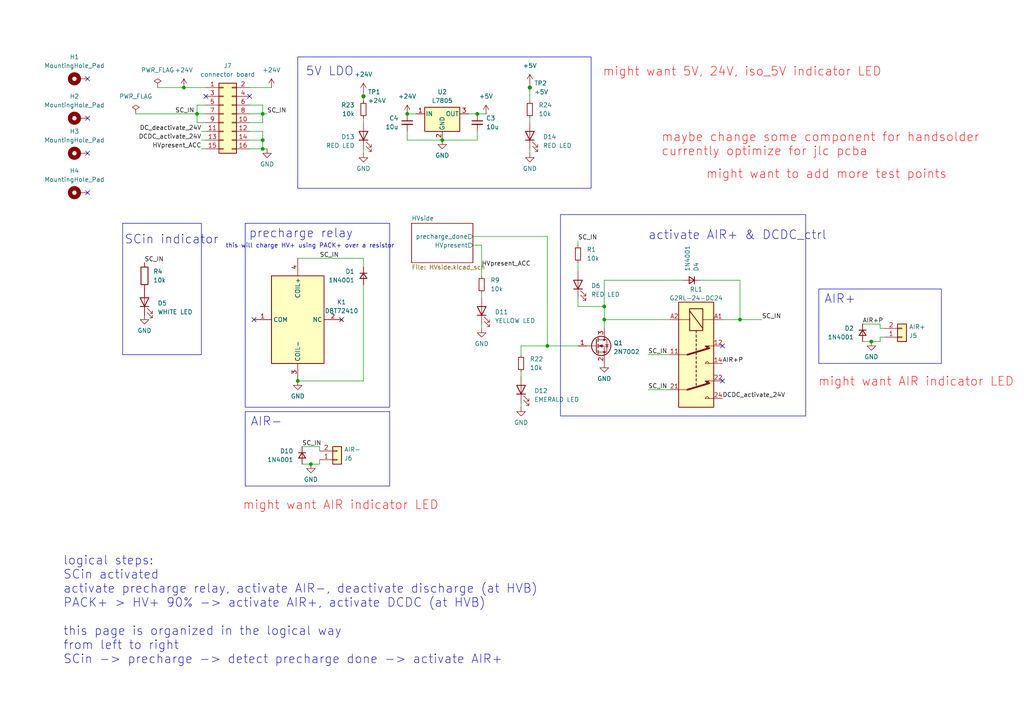
<source format=kicad_sch>
(kicad_sch (version 20231120) (generator "eeschema") (generator_version "8.0")
  (paper "A4")
  (title_block (title "ACC_HVLV1") (date "2024-12-04") (rev "1.0") (company "NTURacing") (comment 1 "Jack Kuo") (comment 2 "Powertrain"))
  (lib_symbols
    (symbol "Connector:TestPoint_Small" (pin_numbers hide) (pin_names (offset 0.762) hide)
      (property "Reference" "TP" (at 0 3.81 0))
      (property "Value" "TestPoint_Small" (at 0 2.032 0))
      (symbol "TestPoint_Small_0_1"
        (circle (center 0 0) (radius 0.508))
      )
      (symbol "TestPoint_Small_1_1"
        (pin passive line (at 0 0 90) (length 0) (name "1") (number "1"))
      )
    )
    (symbol "Connector_Generic:Conn_01x02" (pin_names (offset 1.016) hide)
      (property "Reference" "J" (at 0 2.54 0))
      (property "Value" "Conn_01x02" (at 0 -5.08 0))
      (symbol "Conn_01x02_1_1"
        (rectangle (start -1.27 -2.413) (end 0 -2.667) (stroke (width 0.1524)))
        (rectangle (start -1.27 0.127) (end 0 -0.127) (stroke (width 0.1524)))
        (rectangle (start -1.27 1.27) (end 1.27 -3.81) (stroke (width 0.254)) (fill (type background)))
        (pin passive line (at -5.08 0 0) (length 3.81) (name "Pin_1") (number "1"))
        (pin passive line (at -5.08 -2.54 0) (length 3.81) (name "Pin_2") (number "2"))
      )
    )
    (symbol "Connector_Generic:Conn_02x08_Odd_Even" (pin_names (offset 1.016) hide)
      (property "Reference" "J" (at 1.27 10.16 0))
      (property "Value" "Conn_02x08_Odd_Even" (at 1.27 -12.7 0))
      (symbol "Conn_02x08_Odd_Even_1_1"
        (rectangle (start -1.27 -10.033) (end 0 -10.287) (stroke (width 0.1524)))
        (rectangle (start -1.27 -7.493) (end 0 -7.747) (stroke (width 0.1524)))
        (rectangle (start -1.27 -4.953) (end 0 -5.207) (stroke (width 0.1524)))
        (rectangle (start -1.27 -2.413) (end 0 -2.667) (stroke (width 0.1524)))
        (rectangle (start -1.27 0.127) (end 0 -0.127) (stroke (width 0.1524)))
        (rectangle (start -1.27 2.667) (end 0 2.413) (stroke (width 0.1524)))
        (rectangle (start -1.27 5.207) (end 0 4.953) (stroke (width 0.1524)))
        (rectangle (start -1.27 7.747) (end 0 7.493) (stroke (width 0.1524)))
        (rectangle (start -1.27 8.89) (end 3.81 -11.43) (stroke (width 0.254)) (fill (type background)))
        (rectangle (start 3.81 -10.033) (end 2.54 -10.287) (stroke (width 0.1524)))
        (rectangle (start 3.81 -7.493) (end 2.54 -7.747) (stroke (width 0.1524)))
        (rectangle (start 3.81 -4.953) (end 2.54 -5.207) (stroke (width 0.1524)))
        (rectangle (start 3.81 -2.413) (end 2.54 -2.667) (stroke (width 0.1524)))
        (rectangle (start 3.81 0.127) (end 2.54 -0.127) (stroke (width 0.1524)))
        (rectangle (start 3.81 2.667) (end 2.54 2.413) (stroke (width 0.1524)))
        (rectangle (start 3.81 5.207) (end 2.54 4.953) (stroke (width 0.1524)))
        (rectangle (start 3.81 7.747) (end 2.54 7.493) (stroke (width 0.1524)))
        (pin passive line (at -5.08 7.62 0) (length 3.81) (name "Pin_1") (number "1"))
        (pin passive line (at 7.62 -2.54 180) (length 3.81) (name "Pin_10") (number "10"))
        (pin passive line (at -5.08 -5.08 0) (length 3.81) (name "Pin_11") (number "11"))
        (pin passive line (at 7.62 -5.08 180) (length 3.81) (name "Pin_12") (number "12"))
        (pin passive line (at -5.08 -7.62 0) (length 3.81) (name "Pin_13") (number "13"))
        (pin passive line (at 7.62 -7.62 180) (length 3.81) (name "Pin_14") (number "14"))
        (pin passive line (at -5.08 -10.16 0) (length 3.81) (name "Pin_15") (number "15"))
        (pin passive line (at 7.62 -10.16 180) (length 3.81) (name "Pin_16") (number "16"))
        (pin passive line (at 7.62 7.62 180) (length 3.81) (name "Pin_2") (number "2"))
        (pin passive line (at -5.08 5.08 0) (length 3.81) (name "Pin_3") (number "3"))
        (pin passive line (at 7.62 5.08 180) (length 3.81) (name "Pin_4") (number "4"))
        (pin passive line (at -5.08 2.54 0) (length 3.81) (name "Pin_5") (number "5"))
        (pin passive line (at 7.62 2.54 180) (length 3.81) (name "Pin_6") (number "6"))
        (pin passive line (at -5.08 0 0) (length 3.81) (name "Pin_7") (number "7"))
        (pin passive line (at 7.62 0 180) (length 3.81) (name "Pin_8") (number "8"))
        (pin passive line (at -5.08 -2.54 0) (length 3.81) (name "Pin_9") (number "9"))
      )
    )
    (symbol "Device:C_Small" (pin_numbers hide) (pin_names (offset 0.254) hide)
      (property "Reference" "C" (at 0.254 1.778 0))
      (property "Value" "C_Small" (at 0.254 -2.032 0))
      (symbol "C_Small_0_1"
        (polyline (pts (xy -1.524 -0.508) (xy 1.524 -0.508)) (stroke (width 0.3302)))
        (polyline (pts (xy -1.524 0.508) (xy 1.524 0.508)) (stroke (width 0.3048)))
      )
      (symbol "C_Small_1_1"
        (pin passive line (at 0 2.54 270) (length 2.032) (name "~") (number "1"))
        (pin passive line (at 0 -2.54 90) (length 2.032) (name "~") (number "2"))
      )
    )
    (symbol "Device:D_Small" (pin_numbers hide) (pin_names (offset 0.254) hide)
      (property "Reference" "D" (at -1.27 2.032 0))
      (property "Value" "D_Small" (at -3.81 -2.032 0))
      (symbol "D_Small_0_1"
        (polyline (pts (xy -0.762 -1.016) (xy -0.762 1.016)) (stroke (width 0.254)))
        (polyline (pts (xy -0.762 0) (xy 0.762 0)))
        (polyline (pts (xy 0.762 -1.016) (xy -0.762 0) (xy 0.762 1.016) (xy 0.762 -1.016)) (stroke (width 0.254)))
      )
      (symbol "D_Small_1_1"
        (pin passive line (at -2.54 0 0) (length 1.778) (name "K") (number "1"))
        (pin passive line (at 2.54 0 180) (length 1.778) (name "A") (number "2"))
      )
    )
    (symbol "Device:LED" (pin_numbers hide) (pin_names (offset 1.016) hide)
      (property "Reference" "D" (at 0 2.54 0))
      (property "Value" "LED" (at 0 -2.54 0))
      (symbol "LED_0_1"
        (polyline (pts (xy -1.27 -1.27) (xy -1.27 1.27)) (stroke (width 0.254)))
        (polyline (pts (xy -1.27 0) (xy 1.27 0)))
        (polyline (pts (xy 1.27 -1.27) (xy 1.27 1.27) (xy -1.27 0) (xy 1.27 -1.27)) (stroke (width 0.254)))
        (polyline (pts (xy -3.048 -0.762) (xy -4.572 -2.286) (xy -3.81 -2.286) (xy -4.572 -2.286) (xy -4.572 -1.524)))
        (polyline (pts (xy -1.778 -0.762) (xy -3.302 -2.286) (xy -2.54 -2.286) (xy -3.302 -2.286) (xy -3.302 -1.524)))
      )
      (symbol "LED_1_1"
        (pin passive line (at -3.81 0 0) (length 2.54) (name "K") (number "1"))
        (pin passive line (at 3.81 0 180) (length 2.54) (name "A") (number "2"))
      )
    )
    (symbol "Device:R" (pin_numbers hide) (pin_names (offset 0))
      (property "Reference" "R" (at 2.032 0 90))
      (property "Value" "R" (at 0 0 90))
      (symbol "R_0_1"
        (rectangle (start -1.016 -2.54) (end 1.016 2.54) (stroke (width 0.254)))
      )
      (symbol "R_1_1"
        (pin passive line (at 0 3.81 270) (length 1.27) (name "~") (number "1"))
        (pin passive line (at 0 -3.81 90) (length 1.27) (name "~") (number "2"))
      )
    )
    (symbol "Device:R_Small" (pin_numbers hide) (pin_names (offset 0.254) hide)
      (property "Reference" "R" (at 0.762 0.508 0))
      (property "Value" "R_Small" (at 0.762 -1.016 0))
      (symbol "R_Small_0_1"
        (rectangle (start -0.762 1.778) (end 0.762 -1.778) (stroke (width 0.2032)))
      )
      (symbol "R_Small_1_1"
        (pin passive line (at 0 2.54 270) (length 0.762) (name "~") (number "1"))
        (pin passive line (at 0 -2.54 90) (length 0.762) (name "~") (number "2"))
      )
    )
    (symbol "Mechanical:MountingHole_Pad" (pin_numbers hide) (pin_names (offset 1.016) hide) (exclude_from_sim yes) (in_bom no)
      (property "Reference" "H" (at 0 6.35 0))
      (property "Value" "MountingHole_Pad" (at 0 4.445 0))
      (symbol "MountingHole_Pad_0_1"
        (circle (center 0 1.27) (radius 1.27) (stroke (width 1.27)))
      )
      (symbol "MountingHole_Pad_1_1"
        (pin input line (at 0 -2.54 90) (length 2.54) (name "1") (number "1"))
      )
    )
    (symbol "Regulator_Linear:L7805" (pin_names (offset 0.254))
      (property "Reference" "U" (at -3.81 3.175 0))
      (property "Value" "L7805" (at 0 3.175 0))
      (symbol "L7805_0_1"
        (rectangle (start -5.08 1.905) (end 5.08 -5.08) (stroke (width 0.254)) (fill (type background)))
      )
      (symbol "L7805_1_1"
        (pin power_in line (at -7.62 0 0) (length 2.54) (name "IN") (number "1"))
        (pin power_in line (at 0 -7.62 90) (length 2.54) (name "GND") (number "2"))
        (pin power_out line (at 7.62 0 180) (length 2.54) (name "OUT") (number "3"))
      )
    )
    (symbol "Relay:G2RL-2"
      (property "Reference" "K" (at 16.51 3.81 0))
      (property "Value" "G2RL-2" (at 16.51 1.27 0))
      (symbol "G2RL-2_0_1"
        (rectangle (start -15.24 5.08) (end 15.24 -5.08) (stroke (width 0.254)) (fill (type background)))
        (rectangle (start -13.335 1.905) (end -6.985 -1.905) (stroke (width 0.254)))
        (polyline (pts (xy -12.7 -1.905) (xy -7.62 1.905)) (stroke (width 0.254)))
        (polyline (pts (xy -10.16 -5.08) (xy -10.16 -1.905)))
        (polyline (pts (xy -10.16 5.08) (xy -10.16 1.905)))
        (polyline (pts (xy -6.985 0) (xy -6.35 0)) (stroke (width 0.254)))
        (polyline (pts (xy -5.715 0) (xy -5.08 0)) (stroke (width 0.254)))
        (polyline (pts (xy -4.445 0) (xy -3.81 0)) (stroke (width 0.254)))
        (polyline (pts (xy -3.175 0) (xy -2.54 0)) (stroke (width 0.254)))
        (polyline (pts (xy -1.905 0) (xy -1.27 0)) (stroke (width 0.254)))
        (polyline (pts (xy -0.635 0) (xy 0 0)) (stroke (width 0.254)))
        (polyline (pts (xy 0 -2.54) (xy -1.905 3.81)) (stroke (width 0.508)))
        (polyline (pts (xy 0 -2.54) (xy 0 -5.08)))
        (polyline (pts (xy 0.635 0) (xy 1.27 0)) (stroke (width 0.254)))
        (polyline (pts (xy 1.905 0) (xy 2.54 0)) (stroke (width 0.254)))
        (polyline (pts (xy 3.175 0) (xy 3.81 0)) (stroke (width 0.254)))
        (polyline (pts (xy 4.445 0) (xy 5.08 0)) (stroke (width 0.254)))
        (polyline (pts (xy 5.715 0) (xy 6.35 0)) (stroke (width 0.254)))
        (polyline (pts (xy 6.985 0) (xy 7.62 0)) (stroke (width 0.254)))
        (polyline (pts (xy 8.255 0) (xy 8.89 0)) (stroke (width 0.254)))
        (polyline (pts (xy 10.16 -2.54) (xy 8.255 3.81)) (stroke (width 0.508)))
        (polyline (pts (xy 10.16 -2.54) (xy 10.16 -5.08)))
        (polyline (pts (xy -2.54 5.08) (xy -2.54 2.54) (xy -1.905 3.175) (xy -2.54 3.81)) (fill (type outline)))
        (polyline (pts (xy 2.54 5.08) (xy 2.54 2.54) (xy 1.905 3.175) (xy 2.54 3.81)))
        (polyline (pts (xy 7.62 5.08) (xy 7.62 2.54) (xy 8.255 3.175) (xy 7.62 3.81)) (fill (type outline)))
        (polyline (pts (xy 12.7 5.08) (xy 12.7 2.54) (xy 12.065 3.175) (xy 12.7 3.81)))
      )
      (symbol "G2RL-2_1_1"
        (pin passive line (at 0 -7.62 90) (length 2.54) (name "~") (number "11"))
        (pin passive line (at -2.54 7.62 270) (length 2.54) (name "~") (number "12"))
        (pin passive line (at 2.54 7.62 270) (length 2.54) (name "~") (number "14"))
        (pin passive line (at 10.16 -7.62 90) (length 2.54) (name "~") (number "21"))
        (pin passive line (at 7.62 7.62 270) (length 2.54) (name "~") (number "22"))
        (pin passive line (at 12.7 7.62 270) (length 2.54) (name "~") (number "24"))
        (pin passive line (at -10.16 7.62 270) (length 2.54) (name "~") (number "A1"))
        (pin passive line (at -10.16 -7.62 90) (length 2.54) (name "~") (number "A2"))
      )
    )
    (symbol "SamacSys_Parts_EP6:DBT72410"
      (property "Reference" "K" (at 21.59 17.78 0))
      (property "Value" "DBT72410" (at 21.59 15.24 0))
      (symbol "DBT72410_1_1"
        (rectangle (start 5.08 12.7) (end 20.32 -12.7) (stroke (width 0.254)) (fill (type background)))
        (pin passive line (at 0 0 0) (length 5.08) (name "COM") (number "1"))
        (pin no_connect line (at 25.4 0 180) (length 5.08) (name "NC") (number "2"))
        (pin passive line (at 12.7 -17.78 90) (length 5.08) (name "COIL-") (number "3"))
        (pin passive line (at 12.7 17.78 270) (length 5.08) (name "COIL+") (number "4"))
      )
    )
    (symbol "Transistor_FET:2N7002" (pin_names hide)
      (property "Reference" "Q" (at 5.08 1.905 0))
      (property "Value" "2N7002" (at 5.08 0 0))
      (symbol "2N7002_0_1"
        (polyline (pts (xy 0.254 0) (xy -2.54 0)))
        (polyline (pts (xy 0.254 1.905) (xy 0.254 -1.905)) (stroke (width 0.254)))
        (polyline (pts (xy 0.762 -1.27) (xy 0.762 -2.286)) (stroke (width 0.254)))
        (polyline (pts (xy 0.762 0.508) (xy 0.762 -0.508)) (stroke (width 0.254)))
        (polyline (pts (xy 0.762 2.286) (xy 0.762 1.27)) (stroke (width 0.254)))
        (polyline (pts (xy 2.54 2.54) (xy 2.54 1.778)))
        (polyline (pts (xy 2.54 -2.54) (xy 2.54 0) (xy 0.762 0)))
        (polyline (pts (xy 0.762 -1.778) (xy 3.302 -1.778) (xy 3.302 1.778) (xy 0.762 1.778)))
        (polyline (pts (xy 1.016 0) (xy 2.032 0.381) (xy 2.032 -0.381) (xy 1.016 0)) (fill (type outline)))
        (polyline (pts (xy 2.794 0.508) (xy 2.921 0.381) (xy 3.683 0.381) (xy 3.81 0.254)))
        (polyline (pts (xy 3.302 0.381) (xy 2.921 -0.254) (xy 3.683 -0.254) (xy 3.302 0.381)))
        (circle (center 1.651 0) (radius 2.794) (stroke (width 0.254)))
        (circle (center 2.54 -1.778) (radius 0.254) (fill (type outline)))
        (circle (center 2.54 1.778) (radius 0.254) (fill (type outline)))
      )
      (symbol "2N7002_1_1"
        (pin input line (at -5.08 0 0) (length 2.54) (name "G") (number "1"))
        (pin passive line (at 2.54 -5.08 90) (length 2.54) (name "S") (number "2"))
        (pin passive line (at 2.54 5.08 270) (length 2.54) (name "D") (number "3"))
      )
    )
    (symbol "power:+24V" (power) (pin_numbers hide) (pin_names (offset 0) hide)
      (property "Value" "+24V" (at 0 3.556 0))
      (symbol "+24V_0_1"
        (polyline (pts (xy -0.762 1.27) (xy 0 2.54)))
        (polyline (pts (xy 0 0) (xy 0 2.54)))
        (polyline (pts (xy 0 2.54) (xy 0.762 1.27)))
      )
      (symbol "+24V_1_1"
        (pin power_in line (at 0 0 90) (length 0) (name "~") (number "1"))
      )
    )
    (symbol "power:+5V" (power) (pin_numbers hide) (pin_names (offset 0) hide)
      (property "Value" "+5V" (at 0 3.556 0))
      (symbol "+5V_0_1"
        (polyline (pts (xy -0.762 1.27) (xy 0 2.54)))
        (polyline (pts (xy 0 0) (xy 0 2.54)))
        (polyline (pts (xy 0 2.54) (xy 0.762 1.27)))
      )
      (symbol "+5V_1_1"
        (pin power_in line (at 0 0 90) (length 0) (name "~") (number "1"))
      )
    )
    (symbol "power:GND" (power) (pin_numbers hide) (pin_names (offset 0) hide)
      (property "Value" "GND" (at 0 -3.81 0))
      (symbol "GND_0_1"
        (polyline (pts (xy 0 0) (xy 0 -1.27) (xy 1.27 -1.27) (xy 0 -2.54) (xy -1.27 -1.27) (xy 0 -1.27)))
      )
      (symbol "GND_1_1"
        (pin power_in line (at 0 0 270) (length 0) (name "~") (number "1"))
      )
    )
    (symbol "power:PWR_FLAG" (power) (pin_numbers hide) (pin_names (offset 0) hide)
      (property "Value" "PWR_FLAG" (at 0 3.81 0))
      (symbol "PWR_FLAG_0_0"
        (pin power_out line (at 0 0 90) (length 0) (name "~") (number "1"))
      )
      (symbol "PWR_FLAG_0_1"
        (polyline (pts (xy 0 0) (xy 0 1.27) (xy -1.016 1.905) (xy 0 2.54) (xy 1.016 1.905) (xy 0 1.27)))
      )
    )
  )
  (junction (at 53.34 25.4))
  (junction (at 138.43 33.02))
  (junction (at 76.2 40.64))
  (junction (at 90.17 134.62))
  (junction (at 175.26 92.71))
  (junction (at 86.36 110.49))
  (junction (at 128.27 40.64))
  (junction (at 118.11 33.02))
  (junction (at 175.26 88.9))
  (junction (at 76.2 33.02))
  (junction (at 76.2 43.18))
  (junction (at 153.67 25.4))
  (junction (at 57.15 33.02))
  (junction (at 158.75 100.33))
  (junction (at 252.73 99.06))
  (junction (at 214.63 92.71))
  (junction (at 105.41 27.94))
  (no_connect (at 99.06 92.71))
  (no_connect (at 25.4 44.45))
  (no_connect (at 25.4 55.88))
  (no_connect (at 209.55 110.49))
  (no_connect (at 25.4 22.86))
  (no_connect (at 209.55 100.33))
  (no_connect (at 73.66 92.71))
  (no_connect (at 72.39 27.94))
  (no_connect (at 25.4 34.29))
  (no_connect (at 59.69 27.94))
  (wire (pts (xy 128.27 40.64) (xy 138.43 40.64)))
  (wire (pts (xy 92.71 134.62) (xy 92.71 133.35)))
  (wire (pts (xy 153.67 34.29) (xy 153.67 35.56)))
  (wire (pts (xy 158.75 100.33) (xy 158.75 68.58)))
  (wire (pts (xy 175.26 92.71) (xy 175.26 95.25)))
  (wire (pts (xy 175.26 88.9) (xy 175.26 92.71)))
  (wire (pts (xy 105.41 77.47) (xy 105.41 74.93)))
  (wire (pts (xy 167.64 76.2) (xy 167.64 78.74)))
  (wire (pts (xy 175.26 92.71) (xy 194.31 92.71)))
  (wire (pts (xy 214.63 92.71) (xy 209.55 92.71)))
  (wire (pts (xy 87.63 134.62) (xy 90.17 134.62)))
  (wire (pts (xy 187.96 113.03) (xy 194.31 113.03)))
  (wire (pts (xy 139.7 71.12) (xy 139.7 80.01)))
  (wire (pts (xy 76.2 40.64) (xy 72.39 40.64)))
  (wire (pts (xy 175.26 81.28) (xy 198.12 81.28)))
  (wire (pts (xy 151.13 100.33) (xy 158.75 100.33)))
  (wire (pts (xy 214.63 81.28) (xy 214.63 92.71)))
  (wire (pts (xy 57.15 35.56) (xy 57.15 33.02)))
  (wire (pts (xy 158.75 100.33) (xy 167.64 100.33)))
  (wire (pts (xy 128.27 40.64) (xy 118.11 40.64)))
  (wire (pts (xy 153.67 29.21) (xy 153.67 25.4)))
  (wire (pts (xy 187.96 102.87) (xy 194.31 102.87)))
  (wire (pts (xy 139.7 71.12) (xy 137.16 71.12)))
  (wire (pts (xy 53.34 25.4) (xy 59.69 25.4)))
  (wire (pts (xy 153.67 43.18) (xy 153.67 44.45)))
  (wire (pts (xy 153.67 25.4) (xy 153.67 24.13)))
  (wire (pts (xy 57.15 33.02) (xy 59.69 33.02)))
  (wire (pts (xy 76.2 38.1) (xy 76.2 40.64)))
  (wire (pts (xy 105.41 82.55) (xy 105.41 110.49)))
  (wire (pts (xy 167.64 88.9) (xy 175.26 88.9)))
  (wire (pts (xy 45.72 25.4) (xy 53.34 25.4)))
  (wire (pts (xy 76.2 33.02) (xy 76.2 35.56)))
  (wire (pts (xy 76.2 33.02) (xy 77.47 33.02)))
  (wire (pts (xy 255.27 97.79) (xy 255.27 99.06)))
  (wire (pts (xy 118.11 33.02) (xy 120.65 33.02)))
  (wire (pts (xy 78.74 25.4) (xy 72.39 25.4)))
  (wire (pts (xy 255.27 95.25) (xy 256.54 95.25)))
  (wire (pts (xy 151.13 107.95) (xy 151.13 109.22)))
  (wire (pts (xy 76.2 38.1) (xy 72.39 38.1)))
  (wire (pts (xy 76.2 30.48) (xy 76.2 33.02)))
  (wire (pts (xy 76.2 35.56) (xy 72.39 35.56)))
  (wire (pts (xy 105.41 43.18) (xy 105.41 44.45)))
  (wire (pts (xy 59.69 30.48) (xy 57.15 30.48)))
  (wire (pts (xy 105.41 34.29) (xy 105.41 35.56)))
  (wire (pts (xy 118.11 38.1) (xy 118.11 40.64)))
  (wire (pts (xy 92.71 129.54) (xy 92.71 130.81)))
  (wire (pts (xy 250.19 99.06) (xy 252.73 99.06)))
  (wire (pts (xy 167.64 86.36) (xy 167.64 88.9)))
  (wire (pts (xy 250.19 93.98) (xy 255.27 93.98)))
  (wire (pts (xy 203.2 81.28) (xy 214.63 81.28)))
  (wire (pts (xy 151.13 116.84) (xy 151.13 118.11)))
  (wire (pts (xy 76.2 43.18) (xy 72.39 43.18)))
  (wire (pts (xy 139.7 85.09) (xy 139.7 86.36)))
  (wire (pts (xy 90.17 134.62) (xy 92.71 134.62)))
  (wire (pts (xy 59.69 35.56) (xy 57.15 35.56)))
  (wire (pts (xy 139.7 93.98) (xy 139.7 95.25)))
  (wire (pts (xy 86.36 74.93) (xy 105.41 74.93)))
  (wire (pts (xy 77.47 43.18) (xy 76.2 43.18)))
  (wire (pts (xy 252.73 99.06) (xy 255.27 99.06)))
  (wire (pts (xy 138.43 33.02) (xy 135.89 33.02)))
  (wire (pts (xy 105.41 27.94) (xy 105.41 26.67)))
  (wire (pts (xy 138.43 40.64) (xy 138.43 38.1)))
  (wire (pts (xy 76.2 40.64) (xy 76.2 43.18)))
  (wire (pts (xy 220.98 92.71) (xy 214.63 92.71)))
  (wire (pts (xy 39.37 33.02) (xy 57.15 33.02)))
  (wire (pts (xy 58.42 38.1) (xy 59.69 38.1)))
  (wire (pts (xy 151.13 102.87) (xy 151.13 100.33)))
  (wire (pts (xy 255.27 97.79) (xy 256.54 97.79)))
  (wire (pts (xy 58.42 43.18) (xy 59.69 43.18)))
  (wire (pts (xy 167.64 69.85) (xy 167.64 71.12)))
  (wire (pts (xy 87.63 129.54) (xy 92.71 129.54)))
  (wire (pts (xy 175.26 81.28) (xy 175.26 88.9)))
  (wire (pts (xy 72.39 33.02) (xy 76.2 33.02)))
  (wire (pts (xy 57.15 30.48) (xy 57.15 33.02)))
  (wire (pts (xy 140.97 33.02) (xy 138.43 33.02)))
  (wire (pts (xy 58.42 40.64) (xy 59.69 40.64)))
  (wire (pts (xy 72.39 30.48) (xy 76.2 30.48)))
  (wire (pts (xy 158.75 68.58) (xy 137.16 68.58)))
  (wire (pts (xy 105.41 29.21) (xy 105.41 27.94)))
  (wire (pts (xy 105.41 110.49) (xy 86.36 110.49)))
  (wire (pts (xy 255.27 93.98) (xy 255.27 95.25)))
  (rectangle (start 162.56 62.23) (end 233.68 120.65))
  (rectangle (start 71.12 64.77) (end 113.03 118.11))
  (rectangle (start 86.36 16.51) (end 171.45 54.61))
  (rectangle (start 35.56 64.77) (end 58.42 102.87))
  (rectangle (start 237.49 83.82) (end 273.05 105.41))
  (rectangle (start 71.12 119.38) (end 113.03 140.97))
  (text "might want AIR indicator LED" (at 70.358 148.082 0) (effects (font (size 2.54 2.54)) (justify left bottom)))
  (text "AIR-" (at 72.644 120.904 0) (effects (font (size 2.54 2.54)) (justify left top)))
  (text "AIR+" (at 239.014 85.344 0) (effects (font (size 2.54 2.54)) (justify left top)))
  (text "5V LDO" (at 88.646 19.304 0) (effects (font (size 2.54 2.54)) (justify left top)))
  (text "SCin indicator" (at 36.068 68.072 0) (effects (font (size 2.54 2.54)) (justify left top)))
  (text "might want AIR indicator LED" (at 237.236 112.268 0) (effects (font (size 2.54 2.54)) (justify left bottom)))
  (text "this will charge HV+ using PACK+ over a resistor" (at 89.916 71.374 0) (effects (font (size 1.27 1.27))))
  (text "might want to add more test points" (at 204.724 52.07 0) (effects (font (size 2.54 2.54)) (justify left bottom)))
  (text "activate AIR+ & DCDC_ctrl" (at 187.96 66.802 0) (effects (font (size 2.54 2.54)) (justify left top)))
  (text "precharge relay" (at 72.136 66.294 0) (effects (font (size 2.54 2.54)) (justify left top)))
  (text "might want 5V, 24V, iso_5V indicator LED" (at 174.752 22.352 0) (effects (font (size 2.54 2.54)) (justify left bottom)))
  (text "logical steps:\nSCin activated\nactivate precharge relay, activate AIR-, deactivate discharge (at HVB)\nPACK+ > HV+ 90% -> activate AIR+, activate DCDC (at HVB)\n\nthis page is organized in the logical way\nfrom left to right\nSCin -> precharge -> detect precharge done -> activate AIR+" (at 18.288 192.786 0) (effects (font (size 2.54 2.54)) (justify left bottom)))
  (text "maybe change some component for handsolder\ncurrently optimize for jlc pcba" (at 191.77 45.466 0) (effects (font (size 2.54 2.54)) (justify left bottom)))
  (label "HVpresent_ACC" (at 139.7 77.47 0))
  (label "AIR+P" (at 250.19 93.98 0))
  (label "AIR+P" (at 209.55 105.41 0))
  (label "SC_IN" (at 77.47 33.02 0))
  (label "SC_IN" (at 92.71 74.93 0))
  (label "SC_IN" (at 187.96 113.03 0))
  (label "SC_IN" (at 41.91 76.2 0))
  (label "SC_IN" (at 187.96 102.87 0))
  (label "SC_IN" (at 50.8 33.02 0))
  (label "DCDC_activate_24V" (at 58.42 40.64 180))
  (label "SC_IN" (at 220.98 92.71 0))
  (label "SC_IN" (at 167.64 69.85 0))
  (label "SC_IN" (at 87.63 129.54 0))
  (label "DC_deactivate_24V" (at 58.42 38.1 180))
  (label "HVpresent_ACC" (at 58.42 43.18 180))
  (label "DCDC_activate_24V" (at 209.55 115.57 0))
  (symbol (lib_id "power:GND") (at 90.17 134.62 0) (unit 1)
    (property "Reference" "#PWR014" (effects (hide yes)))
    (property "Value" "GND" (at 90.17 139.0634 0))
    (property "Description" "Power symbol creates a global label with name \"GND\" , ground" (effects (hide yes)))
  )
  (symbol (lib_id "Device:LED") (at 105.41 39.37 90) (unit 1)
    (property "Reference" "D13" (at 102.87 39.6875 90) (effects (justify left)))
    (property "Value" "RED LED" (at 102.87 42.2275 90) (effects (justify left)))
    (property "Footprint" "LED_SMD:LED_0805_2012Metric_Pad1.15x1.40mm_HandSolder" (effects (hide yes)))
    (property "Description" "Light emitting diode" (effects (hide yes)))
  )
  (symbol (lib_id "SamacSys_Parts_EP6:DBT72410") (at 73.66 92.71 0) (unit 1)
    (property "Reference" "K1" (at 99.06 87.6331 0))
    (property "Value" "DBT72410" (at 99.06 90.17 0))
    (property "Footprint" "SamacSys_Parts_EP6:DBT72410" (effects (hide yes)))
    (property "Datasheet" "https://www.cynergy3.com/sites/default/files/cynergy3-d-pcb-v3.pdf" (effects (hide yes)))
    (property "Description" "SPST-NC Reed Relay, 2 A, 24V dc" (effects (hide yes)))
    (property "Height" "18.5" (effects (hide yes)))
    (property "Mouser Part Number" "285-DBT72410" (effects (hide yes)))
    (property "Mouser Price/Stock" "https://www.mouser.co.uk/ProductDetail/Cynergy3/DBT72410?qs=OlC7AqGiEDn5jzMO4uOC2Q%3D%3D" (effects (hide yes)))
    (property "Manufacturer_Name" "Sensata" (effects (hide yes)))
    (property "Manufacturer_Part_Number" "DBT72410" (effects (hide yes)))
  )
  (symbol (lib_id "power:GND") (at 86.36 110.49 0) (unit 1)
    (property "Reference" "#PWR012" (effects (hide yes)))
    (property "Value" "GND" (at 86.36 114.9334 0))
    (property "Description" "Power symbol creates a global label with name \"GND\" , ground" (effects (hide yes)))
  )
  (symbol (lib_id "Device:R_Small") (at 105.41 31.75 0) (mirror y) (unit 1)
    (property "Reference" "R23" (at 102.87 30.48 0) (effects (justify left)))
    (property "Value" "10k" (at 102.87 33.02 0) (effects (justify left)))
    (property "Footprint" "Resistor_SMD:R_0805_2012Metric_Pad1.20x1.40mm_HandSolder" (effects (hide yes)))
    (property "Description" "Resistor, small symbol" (effects (hide yes)))
  )
  (symbol (lib_id "power:+5V") (at 140.97 33.02 0) (mirror y) (unit 1)
    (property "Reference" "#PWR08" (effects (hide yes)))
    (property "Value" "+5V" (at 140.97 27.94 0))
    (property "Description" "Power symbol creates a global label with name \"+5V\"" (effects (hide yes)))
  )
  (symbol (lib_id "power:+24V") (at 105.41 26.67 0) (mirror y) (unit 1)
    (property "Reference" "#PWR028" (effects (hide yes)))
    (property "Value" "+24V" (at 105.41 21.59 0))
    (property "Description" "Power symbol creates a global label with name \"+24V\"" (effects (hide yes)))
  )
  (symbol (lib_id "power:+24V") (at 53.34 25.4 0) (unit 1)
    (property "Reference" "#PWR09" (effects (hide yes)))
    (property "Value" "+24V" (at 53.34 20.32 0))
    (property "Description" "Power symbol creates a global label with name \"+24V\"" (effects (hide yes)))
  )
  (symbol (lib_id "Device:D_Small") (at 105.41 80.01 270) (unit 1)
    (property "Reference" "D1" (at 102.87 78.74 90) (effects (justify right)))
    (property "Value" "1N4001" (at 102.87 81.28 90) (effects (justify right)))
    (property "Footprint" "Diode_SMD:D_SOD-123F" (effects (hide yes)))
    (property "Description" "Diode, small symbol" (effects (hide yes)))
    (property "Sim.Device" "D" (effects (hide yes)))
    (property "Sim.Pins" "1=K 2=A" (effects (hide yes)))
  )
  (symbol (lib_id "Device:D_Small") (at 200.66 81.28 180) (unit 1)
    (property "Reference" "D4" (at 201.93 78.74 90) (effects (justify right)))
    (property "Value" "1N4001" (at 199.39 78.74 90) (effects (justify right)))
    (property "Footprint" "Diode_SMD:D_SOD-123F" (effects (hide yes)))
    (property "Description" "Diode, small symbol" (effects (hide yes)))
    (property "Sim.Device" "D" (effects (hide yes)))
    (property "Sim.Pins" "1=K 2=A" (effects (hide yes)))
  )
  (symbol (lib_id "power:+5V") (at 153.67 24.13 0) (mirror y) (unit 1)
    (property "Reference" "#PWR027" (effects (hide yes)))
    (property "Value" "+5V" (at 153.67 19.05 0))
    (property "Description" "Power symbol creates a global label with name \"+5V\"" (effects (hide yes)))
  )
  (symbol (lib_id "Connector_Generic:Conn_01x02") (at 97.79 133.35 0) (mirror x) (unit 1)
    (property "Reference" "J6" (at 99.822 132.9147 0) (effects (justify left)))
    (property "Value" "AIR-" (at 99.822 130.3778 0) (effects (justify left)))
    (property "Footprint" "nturt_kicad_lib_EP6:HRS_DF33C-2P-3.3DSA" (effects (hide yes)))
    (property "Description" "Generic connector, single row, 01x02, script generated (kicad-library-utils/schlib/autogen/connector/)" (effects (hide yes)))
  )
  (symbol (lib_id "power:GND") (at 175.26 105.41 0) (unit 1)
    (property "Reference" "#PWR018" (effects (hide yes)))
    (property "Value" "GND" (at 175.26 109.8534 0))
    (property "Description" "Power symbol creates a global label with name \"GND\" , ground" (effects (hide yes)))
  )
  (symbol (lib_id "power:GND") (at 139.7 95.25 0) (unit 1)
    (property "Reference" "#PWR023" (effects (hide yes)))
    (property "Value" "GND" (at 139.7 99.6934 0))
    (property "Description" "Power symbol creates a global label with name \"GND\" , ground" (effects (hide yes)))
  )
  (symbol (lib_id "Mechanical:MountingHole_Pad") (at 22.86 55.88 90) (unit 1)
    (property "Reference" "H4" (at 21.59 49.53 90))
    (property "Value" "MountingHole_Pad" (at 21.59 52.07 90))
    (property "Footprint" "MountingHole:MountingHole_4.3mm_M4_DIN965_Pad_TopBottom" (effects (hide yes)))
    (property "Description" "Mounting Hole with connection" (effects (hide yes)))
  )
  (symbol (lib_id "power:GND") (at 128.27 40.64 0) (mirror y) (unit 1)
    (property "Reference" "#PWR011" (effects (hide yes)))
    (property "Value" "GND" (at 128.27 45.0834 0))
    (property "Description" "Power symbol creates a global label with name \"GND\" , ground" (effects (hide yes)))
  )
  (symbol (lib_id "Device:R_Small") (at 151.13 105.41 0) (unit 1)
    (property "Reference" "R22" (at 153.67 104.14 0) (effects (justify left)))
    (property "Value" "10k" (at 153.67 106.68 0) (effects (justify left)))
    (property "Footprint" "Resistor_SMD:R_0805_2012Metric_Pad1.20x1.40mm_HandSolder" (effects (hide yes)))
    (property "Description" "Resistor, small symbol" (effects (hide yes)))
  )
  (symbol (lib_id "power:+24V") (at 118.11 33.02 0) (mirror y) (unit 1)
    (property "Reference" "#PWR02" (effects (hide yes)))
    (property "Value" "+24V" (at 118.11 27.94 0))
    (property "Description" "Power symbol creates a global label with name \"+24V\"" (effects (hide yes)))
  )
  (symbol (lib_id "power:GND") (at 151.13 118.11 0) (unit 1)
    (property "Reference" "#PWR024" (effects (hide yes)))
    (property "Value" "GND" (at 151.13 122.5534 0))
    (property "Description" "Power symbol creates a global label with name \"GND\" , ground" (effects (hide yes)))
  )
  (symbol (lib_id "Connector_Generic:Conn_02x08_Odd_Even") (at 64.77 33.02 0) (unit 1)
    (property "Reference" "J7" (at 66.04 19.05 0))
    (property "Value" "connector board" (at 66.04 21.59 0))
    (property "Footprint" "Connector_IDC:IDC-Header_2x08_P2.54mm_Vertical" (effects (hide yes)))
    (property "Description" "Generic connector, double row, 02x08, odd/even pin numbering scheme (row 1 odd numbers, row 2 even numbers), script generated (kicad-library-utils/schlib/autogen/connector/)" (effects (hide yes)))
  )
  (symbol (lib_id "power:GND") (at 252.73 99.06 0) (unit 1)
    (property "Reference" "#PWR013" (effects (hide yes)))
    (property "Value" "GND" (at 252.73 103.5034 0))
    (property "Description" "Power symbol creates a global label with name \"GND\" , ground" (effects (hide yes)))
  )
  (symbol (lib_id "Device:R") (at 41.91 80.01 0) (unit 1)
    (property "Reference" "R4" (at 44.45 78.74 0) (effects (justify left)))
    (property "Value" "10k" (at 44.45 81.28 0) (effects (justify left)))
    (property "Footprint" "Resistor_SMD:R_0805_2012Metric_Pad1.20x1.40mm_HandSolder" (effects (hide yes)))
    (property "Description" "Resistor" (effects (hide yes)))
  )
  (symbol (lib_id "Mechanical:MountingHole_Pad") (at 22.86 34.29 90) (unit 1)
    (property "Reference" "H2" (at 21.59 27.94 90))
    (property "Value" "MountingHole_Pad" (at 21.59 30.48 90))
    (property "Footprint" "MountingHole:MountingHole_4.3mm_M4_DIN965_Pad_TopBottom" (effects (hide yes)))
    (property "Description" "Mounting Hole with connection" (effects (hide yes)))
  )
  (symbol (lib_id "Regulator_Linear:L7805") (at 128.27 33.02 0) (unit 1)
    (property "Reference" "U2" (at 128.27 26.67 0))
    (property "Value" "L7805" (at 128.27 29.21 0))
    (property "Footprint" "Package_TO_SOT_SMD:TO-252-3_TabPin2" (effects (hide yes)))
    (property "Datasheet" "http://www.st.com/content/ccc/resource/technical/document/datasheet/41/4f/b3/b0/12/d4/47/88/CD00000444.pdf/files/CD00000444.pdf/jcr:content/translations/en.CD00000444.pdf" (effects (hide yes)))
    (property "Description" "Positive 1.5A 35V Linear Regulator, Fixed Output 5V, TO-220/TO-263/TO-252" (effects (hide yes)))
  )
  (symbol (lib_id "Device:LED") (at 151.13 113.03 90) (unit 1)
    (property "Reference" "D12" (at 154.94 113.3475 90) (effects (justify right)))
    (property "Value" "EMERALD LED" (at 154.94 115.8875 90) (effects (justify right)))
    (property "Footprint" "LED_SMD:LED_0805_2012Metric_Pad1.15x1.40mm_HandSolder" (effects (hide yes)))
    (property "Description" "Light emitting diode" (effects (hide yes)))
  )
  (symbol (lib_id "Connector_Generic:Conn_01x02") (at 261.62 97.79 0) (mirror x) (unit 1)
    (property "Reference" "J5" (at 263.652 97.3547 0) (effects (justify left)))
    (property "Value" "AIR+" (at 263.652 94.8178 0) (effects (justify left)))
    (property "Footprint" "nturt_kicad_lib_EP6:HRS_DF33C-2P-3.3DSA" (effects (hide yes)))
    (property "Description" "Generic connector, single row, 01x02, script generated (kicad-library-utils/schlib/autogen/connector/)" (effects (hide yes)))
  )
  (symbol (lib_id "Device:C_Small") (at 138.43 35.56 0) (mirror y) (unit 1)
    (property "Reference" "C3" (at 140.97 34.2963 0) (effects (justify right)))
    (property "Value" "10u" (at 140.97 36.8363 0) (effects (justify right)))
    (property "Footprint" "Capacitor_SMD:C_0805_2012Metric_Pad1.18x1.45mm_HandSolder" (effects (hide yes)))
    (property "Description" "Unpolarized capacitor, small symbol" (effects (hide yes)))
  )
  (symbol (lib_id "power:PWR_FLAG") (at 39.37 33.02 0) (unit 1)
    (property "Reference" "#FLG01" (effects (hide yes)))
    (property "Value" "PWR_FLAG" (at 39.37 27.94 0))
    (property "Description" "Special symbol for telling ERC where power comes from" (effects (hide yes)))
  )
  (symbol (lib_id "power:GND") (at 153.67 44.45 0) (unit 1)
    (property "Reference" "#PWR026" (effects (hide yes)))
    (property "Value" "GND" (at 153.67 48.8934 0))
    (property "Description" "Power symbol creates a global label with name \"GND\" , ground" (effects (hide yes)))
  )
  (symbol (lib_id "power:GND") (at 77.47 43.18 0) (unit 1)
    (property "Reference" "#PWR016" (effects (hide yes)))
    (property "Value" "GND" (at 77.47 47.6234 0))
    (property "Description" "Power symbol creates a global label with name \"GND\" , ground" (effects (hide yes)))
  )
  (symbol (lib_id "Connector:TestPoint_Small") (at 153.67 25.4 0) (unit 1)
    (property "Reference" "TP2" (at 154.94 24.13 0) (effects (justify left)))
    (property "Value" "+5V" (at 154.94 26.67 0) (effects (justify left)))
    (property "Footprint" "TestPoint:TestPoint_Pad_D2.0mm" (effects (hide yes)))
    (property "Description" "test point" (effects (hide yes)))
  )
  (symbol (lib_id "power:+24V") (at 78.74 25.4 0) (unit 1)
    (property "Reference" "#PWR022" (effects (hide yes)))
    (property "Value" "+24V" (at 78.74 20.32 0))
    (property "Description" "Power symbol creates a global label with name \"+24V\"" (effects (hide yes)))
  )
  (symbol (lib_id "Device:LED") (at 153.67 39.37 90) (unit 1)
    (property "Reference" "D14" (at 157.48 39.6875 90) (effects (justify right)))
    (property "Value" "RED LED" (at 157.48 42.2275 90) (effects (justify right)))
    (property "Footprint" "LED_SMD:LED_0805_2012Metric_Pad1.15x1.40mm_HandSolder" (effects (hide yes)))
    (property "Description" "Light emitting diode" (effects (hide yes)))
  )
  (symbol (lib_id "Device:R_Small") (at 153.67 31.75 0) (unit 1)
    (property "Reference" "R24" (at 156.21 30.48 0) (effects (justify left)))
    (property "Value" "10k" (at 156.21 33.02 0) (effects (justify left)))
    (property "Footprint" "Resistor_SMD:R_0805_2012Metric_Pad1.20x1.40mm_HandSolder" (effects (hide yes)))
    (property "Description" "Resistor, small symbol" (effects (hide yes)))
  )
  (symbol (lib_id "Mechanical:MountingHole_Pad") (at 22.86 44.45 90) (unit 1)
    (property "Reference" "H3" (at 21.59 38.1 90))
    (property "Value" "MountingHole_Pad" (at 21.59 40.64 90))
    (property "Footprint" "MountingHole:MountingHole_4.3mm_M4_DIN965_Pad_TopBottom" (effects (hide yes)))
    (property "Description" "Mounting Hole with connection" (effects (hide yes)))
  )
  (symbol (lib_id "Device:C_Small") (at 118.11 35.56 0) (unit 1)
    (property "Reference" "C4" (at 115.57 34.2963 0) (effects (justify right)))
    (property "Value" "10u" (at 115.57 36.8363 0) (effects (justify right)))
    (property "Footprint" "Capacitor_SMD:C_0805_2012Metric_Pad1.18x1.45mm_HandSolder" (effects (hide yes)))
    (property "Description" "Unpolarized capacitor, small symbol" (effects (hide yes)))
  )
  (symbol (lib_id "Device:D_Small") (at 250.19 96.52 270) (unit 1)
    (property "Reference" "D2" (at 247.65 95.25 90) (effects (justify right)))
    (property "Value" "1N4001" (at 247.65 97.79 90) (effects (justify right)))
    (property "Footprint" "Diode_SMD:D_SOD-123F" (effects (hide yes)))
    (property "Description" "Diode, small symbol" (effects (hide yes)))
    (property "Sim.Device" "D" (effects (hide yes)))
    (property "Sim.Pins" "1=K 2=A" (effects (hide yes)))
  )
  (symbol (lib_id "Device:R_Small") (at 139.7 82.55 0) (unit 1)
    (property "Reference" "R9" (at 142.24 81.28 0) (effects (justify left)))
    (property "Value" "10k" (at 142.24 83.82 0) (effects (justify left)))
    (property "Footprint" "Resistor_SMD:R_0805_2012Metric_Pad1.20x1.40mm_HandSolder" (effects (hide yes)))
    (property "Description" "Resistor, small symbol" (effects (hide yes)))
  )
  (symbol (lib_id "power:GND") (at 105.41 44.45 0) (mirror y) (unit 1)
    (property "Reference" "#PWR025" (effects (hide yes)))
    (property "Value" "GND" (at 105.41 48.8934 0))
    (property "Description" "Power symbol creates a global label with name \"GND\" , ground" (effects (hide yes)))
  )
  (symbol (lib_id "power:GND") (at 41.91 91.44 0) (unit 1)
    (property "Reference" "#PWR029" (effects (hide yes)))
    (property "Value" "GND" (at 41.91 95.8834 0))
    (property "Description" "Power symbol creates a global label with name \"GND\" , ground" (effects (hide yes)))
  )
  (symbol (lib_id "Device:LED") (at 41.91 87.63 90) (unit 1)
    (property "Reference" "D5" (at 45.72 87.9475 90) (effects (justify right)))
    (property "Value" "WHITE LED" (at 45.72 90.4875 90) (effects (justify right)))
    (property "Footprint" "LED_SMD:LED_0805_2012Metric_Pad1.15x1.40mm_HandSolder" (effects (hide yes)))
    (property "Description" "Light emitting diode" (effects (hide yes)))
  )
  (symbol (lib_id "Relay:G2RL-2") (at 201.93 102.87 270) (unit 1)
    (property "Reference" "RL1" (at 201.93 83.9302 90))
    (property "Value" "G2RL-24-DC24" (at 201.93 86.4671 90))
    (property "Footprint" "Relay_THT:Relay_DPDT_Omron_G2RL-2" (effects (hide yes)))
    (property "Datasheet" "https://omronfs.omron.com/en_US/ecb/products/pdf/en-g2rl.pdf" (effects (hide yes)))
    (property "Description" "General Purpose Low Profile Relay DPDT Through Hole, Omron G2RL series, 8A 250VAC" (effects (hide yes)))
  )
  (symbol (lib_id "Device:LED") (at 167.64 82.55 90) (unit 1)
    (property "Reference" "D6" (at 171.45 82.8675 90) (effects (justify right)))
    (property "Value" "RED LED" (at 171.45 85.4075 90) (effects (justify right)))
    (property "Footprint" "LED_SMD:LED_0805_2012Metric_Pad1.15x1.40mm_HandSolder" (effects (hide yes)))
    (property "Description" "Light emitting diode" (effects (hide yes)))
  )
  (symbol (lib_id "Transistor_FET:2N7002") (at 172.72 100.33 0) (unit 1)
    (property "Reference" "Q1" (at 177.927 99.4953 0) (effects (justify left)))
    (property "Value" "2N7002" (at 177.927 102.0322 0) (effects (justify left)))
    (property "Footprint" "Package_TO_SOT_SMD:SOT-23" (effects (hide yes)))
    (property "Datasheet" "https://www.onsemi.com/pub/Collateral/NDS7002A-D.PDF" (effects (hide yes)))
    (property "Description" "0.115A Id, 60V Vds, N-Channel MOSFET, SOT-23" (effects (hide yes)))
  )
  (symbol (lib_id "Device:R_Small") (at 167.64 73.66 0) (unit 1)
    (property "Reference" "R1" (at 170.18 72.39 0) (effects (justify left)))
    (property "Value" "10k" (at 170.18 74.93 0) (effects (justify left)))
    (property "Footprint" "Resistor_SMD:R_0805_2012Metric_Pad1.20x1.40mm_HandSolder" (effects (hide yes)))
    (property "Description" "Resistor, small symbol" (effects (hide yes)))
  )
  (symbol (lib_id "Connector:TestPoint_Small") (at 105.41 27.94 0) (unit 1)
    (property "Reference" "TP1" (at 106.68 26.67 0) (effects (justify left)))
    (property "Value" "+24V" (at 106.68 29.21 0) (effects (justify left)))
    (property "Footprint" "TestPoint:TestPoint_Pad_D2.0mm" (effects (hide yes)))
    (property "Description" "test point" (effects (hide yes)))
  )
  (symbol (lib_id "Device:LED") (at 139.7 90.17 90) (unit 1)
    (property "Reference" "D11" (at 143.51 90.4875 90) (effects (justify right)))
    (property "Value" "YELLOW LED" (at 143.51 93.0275 90) (effects (justify right)))
    (property "Footprint" "LED_SMD:LED_0805_2012Metric_Pad1.15x1.40mm_HandSolder" (effects (hide yes)))
    (property "Description" "Light emitting diode" (effects (hide yes)))
  )
  (symbol (lib_id "power:PWR_FLAG") (at 45.72 25.4 0) (unit 1)
    (property "Reference" "#FLG02" (effects (hide yes)))
    (property "Value" "PWR_FLAG" (at 45.72 20.32 0))
    (property "Description" "Special symbol for telling ERC where power comes from" (effects (hide yes)))
  )
  (symbol (lib_id "Mechanical:MountingHole_Pad") (at 22.86 22.86 90) (unit 1)
    (property "Reference" "H1" (at 21.59 16.51 90))
    (property "Value" "MountingHole_Pad" (at 21.59 19.05 90))
    (property "Footprint" "MountingHole:MountingHole_4.3mm_M4_DIN965_Pad_TopBottom" (effects (hide yes)))
    (property "Description" "Mounting Hole with connection" (effects (hide yes)))
  )
  (symbol (lib_id "Device:D_Small") (at 87.63 132.08 270) (unit 1)
    (property "Reference" "D10" (at 85.09 130.81 90) (effects (justify right)))
    (property "Value" "1N4001" (at 85.09 133.35 90) (effects (justify right)))
    (property "Footprint" "Diode_SMD:D_SOD-123F" (effects (hide yes)))
    (property "Description" "Diode, small symbol" (effects (hide yes)))
    (property "Sim.Device" "D" (effects (hide yes)))
    (property "Sim.Pins" "1=K 2=A" (effects (hide yes)))
  )
  (sheet (at 119.38 64.77) (size 17.78 11.43) (stroke (width 0.1524))
    (property "Sheetname" "HVside" (at 119.38 64.0584 0) (effects (justify left bottom)))
    (property "Sheetfile" "HVside.kicad_sch" (at 119.38 76.7846 0) (effects (justify left top)))
    (pin "precharge_done" output (at 137.16 68.58 0))
    (pin "HVpresent" output (at 137.16 71.12 0))
  )
)
</source>
